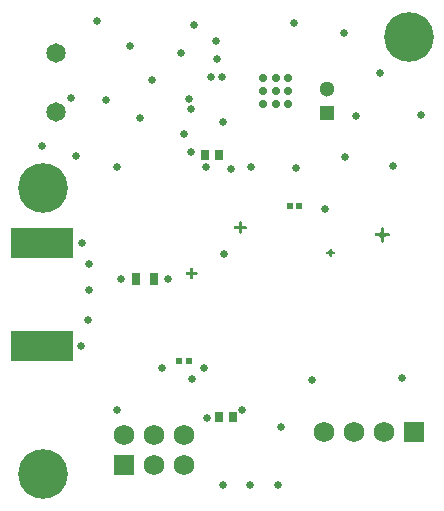
<source format=gbr>
%TF.GenerationSoftware,Altium Limited,Altium Designer,23.3.1 (30)*%
G04 Layer_Color=16711935*
%FSLAX45Y45*%
%MOMM*%
%TF.SameCoordinates,E5280C8B-2022-47E8-8DAE-B5BF382FD6C1*%
%TF.FilePolarity,Negative*%
%TF.FileFunction,Soldermask,Bot*%
%TF.Part,Single*%
G01*
G75*
%TA.AperFunction,SMDPad,CuDef*%
%ADD13R,0.56818X0.57247*%
%TA.AperFunction,ComponentPad*%
%ADD38R,1.30000X1.30000*%
%ADD39C,1.30000*%
%TA.AperFunction,SMDPad,CuDef*%
%ADD50R,0.75000X0.90000*%
%ADD51R,0.75000X1.00000*%
%ADD52R,0.46818X0.47247*%
%TA.AperFunction,ConnectorPad*%
%ADD58R,5.28320X2.61620*%
%TA.AperFunction,ViaPad*%
%ADD69C,4.20320*%
%TA.AperFunction,ComponentPad*%
%ADD70R,1.75320X1.75320*%
%ADD71C,1.75320*%
%ADD72C,1.65320*%
%TA.AperFunction,ViaPad*%
%ADD73C,0.64720*%
%ADD74C,0.70320*%
G36*
X1565231Y2045189D02*
X1566537Y2044929D01*
X1567798Y2044501D01*
X1568993Y2043912D01*
X1570100Y2043172D01*
X1571101Y2042294D01*
X1571979Y2041293D01*
X1572719Y2040185D01*
X1573309Y2038991D01*
X1573737Y2037729D01*
X1573996Y2036423D01*
X1574083Y2035094D01*
Y2017400D01*
X1574229Y2017273D01*
X1575107Y2016272D01*
X1575847Y2015164D01*
X1576422Y2013999D01*
X1577741Y2013913D01*
X1579047Y2013653D01*
X1580308Y2013225D01*
X1581503Y2012636D01*
X1582610Y2011896D01*
X1583612Y2011018D01*
X1583739Y2010872D01*
X1601433D01*
X1602762Y2010785D01*
X1604068Y2010525D01*
X1605329Y2010097D01*
X1606524Y2009508D01*
X1607631Y2008768D01*
X1608633Y2007890D01*
X1609511Y2006889D01*
X1610251Y2005781D01*
X1610840Y2004587D01*
X1611268Y2003326D01*
X1611528Y2002019D01*
X1611615Y2000690D01*
Y1997563D01*
X1611528Y1996234D01*
X1611268Y1994927D01*
X1610840Y1993666D01*
X1610251Y1992472D01*
X1609511Y1991364D01*
X1608633Y1990363D01*
X1607631Y1989485D01*
X1606524Y1988745D01*
X1605329Y1988156D01*
X1604068Y1987728D01*
X1602762Y1987468D01*
X1602570Y1987456D01*
X1602377Y1987236D01*
X1601376Y1986357D01*
X1600269Y1985618D01*
X1599074Y1985028D01*
X1597813Y1984600D01*
X1596507Y1984340D01*
X1595178Y1984253D01*
X1577484D01*
X1577357Y1984108D01*
X1577136Y1983915D01*
X1577124Y1983723D01*
X1576864Y1982417D01*
X1576436Y1981156D01*
X1575847Y1979961D01*
X1575107Y1978854D01*
X1574229Y1977853D01*
X1574083Y1977725D01*
Y1960031D01*
X1573996Y1958702D01*
X1573737Y1957396D01*
X1573309Y1956135D01*
X1572719Y1954940D01*
X1571979Y1953833D01*
X1571101Y1952832D01*
X1570100Y1951954D01*
X1568993Y1951214D01*
X1567798Y1950624D01*
X1566537Y1950197D01*
X1565231Y1949937D01*
X1563902Y1949850D01*
X1560774D01*
X1559445Y1949937D01*
X1558139Y1950197D01*
X1556878Y1950624D01*
X1555683Y1951214D01*
X1554576Y1951954D01*
X1553574Y1952832D01*
X1552696Y1953833D01*
X1552196Y1954581D01*
X1551448Y1955081D01*
X1550447Y1955959D01*
X1549569Y1956961D01*
X1548829Y1958068D01*
X1548239Y1959263D01*
X1547811Y1960524D01*
X1547552Y1961830D01*
X1547465Y1963159D01*
Y1980853D01*
X1547319Y1980980D01*
X1546441Y1981982D01*
X1545941Y1982730D01*
X1545193Y1983230D01*
X1544191Y1984108D01*
X1544064Y1984253D01*
X1526370D01*
X1525041Y1984340D01*
X1523735Y1984600D01*
X1522474Y1985028D01*
X1521279Y1985618D01*
X1520172Y1986357D01*
X1519170Y1987236D01*
X1518978Y1987456D01*
X1518786Y1987468D01*
X1517480Y1987728D01*
X1516218Y1988156D01*
X1515024Y1988745D01*
X1513916Y1989485D01*
X1512915Y1990363D01*
X1512037Y1991364D01*
X1511297Y1992472D01*
X1510708Y1993666D01*
X1510280Y1994927D01*
X1510020Y1996234D01*
X1509933Y1997563D01*
Y2000690D01*
X1510020Y2002019D01*
X1510280Y2003326D01*
X1510708Y2004587D01*
X1511297Y2005781D01*
X1512037Y2006889D01*
X1512915Y2007890D01*
X1513916Y2008768D01*
X1515024Y2009508D01*
X1516218Y2010097D01*
X1517480Y2010525D01*
X1518786Y2010785D01*
X1520115Y2010872D01*
X1540936D01*
X1541064Y2011018D01*
X1542065Y2011896D01*
X1543172Y2012636D01*
X1544367Y2013225D01*
X1545628Y2013653D01*
X1546934Y2013913D01*
X1547126Y2013925D01*
X1547319Y2014145D01*
X1547465Y2014273D01*
Y2035094D01*
X1547552Y2036423D01*
X1547811Y2037729D01*
X1548239Y2038991D01*
X1548829Y2040185D01*
X1549569Y2041293D01*
X1550447Y2042294D01*
X1551448Y2043172D01*
X1552555Y2043912D01*
X1553750Y2044501D01*
X1555011Y2044929D01*
X1556317Y2045189D01*
X1557646Y2045276D01*
X1563902D01*
X1565231Y2045189D01*
D02*
G37*
G36*
X1978076Y2439268D02*
X1979382Y2439009D01*
X1980643Y2438581D01*
X1981838Y2437991D01*
X1982945Y2437251D01*
X1983946Y2436373D01*
X1984824Y2435372D01*
X1985564Y2434265D01*
X1986154Y2433070D01*
X1986581Y2431809D01*
X1986841Y2430503D01*
X1986928Y2429174D01*
Y2408353D01*
X1987074Y2408225D01*
X1987952Y2407224D01*
X1988692Y2406116D01*
X1989281Y2404922D01*
X1989709Y2403660D01*
X1989969Y2402354D01*
X1990004Y2401824D01*
X1995512D01*
X1996841Y2401737D01*
X1998148Y2401477D01*
X1999409Y2401049D01*
X2000603Y2400460D01*
X2001711Y2399720D01*
X2002712Y2398842D01*
X2002840Y2398696D01*
X2017406D01*
X2018735Y2398609D01*
X2020041Y2398350D01*
X2021302Y2397922D01*
X2022497Y2397332D01*
X2023604Y2396592D01*
X2024605Y2395714D01*
X2025483Y2394713D01*
X2026223Y2393606D01*
X2026813Y2392411D01*
X2027241Y2391150D01*
X2027500Y2389844D01*
X2027588Y2388515D01*
Y2385387D01*
X2027500Y2384058D01*
X2027241Y2382752D01*
X2026813Y2381491D01*
X2026223Y2380296D01*
X2025483Y2379189D01*
X2024605Y2378187D01*
X2023604Y2377309D01*
X2022497Y2376569D01*
X2021302Y2375980D01*
X2020041Y2375552D01*
X2018735Y2375292D01*
X2017406Y2375205D01*
X2012222D01*
X2012095Y2375060D01*
X2011094Y2374182D01*
X2009986Y2373442D01*
X2008792Y2372853D01*
X2007530Y2372425D01*
X2006224Y2372165D01*
X2004895Y2372078D01*
X1990056D01*
Y2369749D01*
X1989969Y2368420D01*
X1989709Y2367114D01*
X1989281Y2365853D01*
X1988692Y2364658D01*
X1987952Y2363551D01*
X1987074Y2362549D01*
X1986928Y2362421D01*
Y2344728D01*
X1986841Y2343399D01*
X1986581Y2342093D01*
X1986154Y2340832D01*
X1985564Y2339637D01*
X1984824Y2338530D01*
X1983946Y2337528D01*
X1982945Y2336650D01*
X1981838Y2335910D01*
X1980643Y2335321D01*
X1979382Y2334893D01*
X1978076Y2334633D01*
X1976747Y2334546D01*
X1973619D01*
X1972290Y2334633D01*
X1970984Y2334893D01*
X1969723Y2335321D01*
X1968528Y2335910D01*
X1967421Y2336650D01*
X1966419Y2337528D01*
X1965541Y2338530D01*
X1964802Y2339637D01*
X1964212Y2340832D01*
X1963784Y2342093D01*
X1963524Y2343399D01*
X1963512Y2343591D01*
X1963292Y2343783D01*
X1962414Y2344785D01*
X1961674Y2345892D01*
X1961085Y2347087D01*
X1960657Y2348348D01*
X1960397Y2349654D01*
X1960310Y2350983D01*
Y2368677D01*
X1960164Y2368805D01*
X1959286Y2369806D01*
X1958546Y2370913D01*
X1957972Y2372078D01*
X1945471D01*
X1944142Y2372165D01*
X1942835Y2372425D01*
X1941574Y2372853D01*
X1940380Y2373442D01*
X1939272Y2374182D01*
X1938271Y2375060D01*
X1938143Y2375205D01*
X1929833D01*
X1928504Y2375292D01*
X1927197Y2375552D01*
X1925936Y2375980D01*
X1924742Y2376569D01*
X1923634Y2377309D01*
X1922633Y2378187D01*
X1921755Y2379189D01*
X1921015Y2380296D01*
X1920426Y2381491D01*
X1919998Y2382752D01*
X1919738Y2384058D01*
X1919651Y2385387D01*
Y2388515D01*
X1919738Y2389844D01*
X1919998Y2391150D01*
X1920426Y2392411D01*
X1921015Y2393606D01*
X1921755Y2394713D01*
X1922633Y2395714D01*
X1923634Y2396592D01*
X1924742Y2397332D01*
X1925936Y2397922D01*
X1927197Y2398350D01*
X1928504Y2398609D01*
X1929833Y2398696D01*
X1944399D01*
X1944526Y2398842D01*
X1945527Y2399720D01*
X1946635Y2400460D01*
X1947829Y2401049D01*
X1949091Y2401477D01*
X1950397Y2401737D01*
X1951726Y2401824D01*
X1957972D01*
X1958546Y2402988D01*
X1959286Y2404096D01*
X1960164Y2405097D01*
X1960310Y2405225D01*
Y2422918D01*
X1960397Y2424247D01*
X1960657Y2425554D01*
X1961085Y2426815D01*
X1961674Y2428009D01*
X1962414Y2429117D01*
X1963292Y2430118D01*
X1963512Y2430311D01*
X1963524Y2430503D01*
X1963784Y2431809D01*
X1964212Y2433070D01*
X1964802Y2434265D01*
X1965541Y2435372D01*
X1966419Y2436373D01*
X1967421Y2437251D01*
X1968528Y2437991D01*
X1969723Y2438581D01*
X1970984Y2439009D01*
X1972290Y2439268D01*
X1973619Y2439356D01*
X1976747D01*
X1978076Y2439268D01*
D02*
G37*
G36*
X2741214Y2204697D02*
X2742520Y2204437D01*
X2743781Y2204009D01*
X2744976Y2203420D01*
X2746083Y2202680D01*
X2747084Y2201802D01*
X2747962Y2200801D01*
X2748702Y2199693D01*
X2749292Y2198499D01*
X2749720Y2197238D01*
X2749980Y2195931D01*
X2750067Y2194602D01*
Y2186019D01*
X2752395D01*
X2753724Y2185932D01*
X2755031Y2185672D01*
X2756292Y2185244D01*
X2757486Y2184655D01*
X2758594Y2183915D01*
X2759595Y2183037D01*
X2759723Y2182891D01*
X2764906D01*
X2766235Y2182804D01*
X2767541Y2182544D01*
X2768802Y2182116D01*
X2769997Y2181527D01*
X2771104Y2180787D01*
X2772105Y2179909D01*
X2772984Y2178908D01*
X2773723Y2177800D01*
X2774313Y2176606D01*
X2774741Y2175344D01*
X2775001Y2174038D01*
X2775088Y2172709D01*
Y2169582D01*
X2775001Y2168253D01*
X2774741Y2166946D01*
X2774313Y2165685D01*
X2773723Y2164491D01*
X2772984Y2163383D01*
X2772105Y2162382D01*
X2771104Y2161504D01*
X2769997Y2160764D01*
X2768802Y2160175D01*
X2767541Y2159747D01*
X2766235Y2159487D01*
X2764906Y2159400D01*
X2750340D01*
X2750212Y2159254D01*
X2750067Y2159127D01*
Y2147688D01*
X2749980Y2146359D01*
X2749720Y2145053D01*
X2749292Y2143792D01*
X2748702Y2142597D01*
X2747962Y2141490D01*
X2747084Y2140489D01*
X2746083Y2139611D01*
X2744976Y2138871D01*
X2743781Y2138281D01*
X2742520Y2137853D01*
X2741214Y2137594D01*
X2739885Y2137507D01*
X2736757D01*
X2735428Y2137594D01*
X2734122Y2137853D01*
X2732861Y2138281D01*
X2731666Y2138871D01*
X2730559Y2139611D01*
X2729558Y2140489D01*
X2728680Y2141490D01*
X2728180Y2142238D01*
X2727431Y2142738D01*
X2726430Y2143616D01*
X2725552Y2144618D01*
X2724812Y2145725D01*
X2724223Y2146920D01*
X2723795Y2148181D01*
X2723535Y2149487D01*
X2723448Y2150816D01*
Y2159127D01*
X2723302Y2159254D01*
X2723175Y2159400D01*
X2708609D01*
X2707280Y2159487D01*
X2705974Y2159747D01*
X2704712Y2160175D01*
X2703518Y2160764D01*
X2702410Y2161504D01*
X2701409Y2162382D01*
X2700531Y2163383D01*
X2699791Y2164491D01*
X2699202Y2165685D01*
X2698774Y2166946D01*
X2698514Y2168253D01*
X2698427Y2169582D01*
Y2172709D01*
X2698514Y2174038D01*
X2698774Y2175344D01*
X2699202Y2176606D01*
X2699791Y2177800D01*
X2700531Y2178908D01*
X2701409Y2179909D01*
X2702410Y2180787D01*
X2703518Y2181527D01*
X2704712Y2182116D01*
X2705974Y2182544D01*
X2707280Y2182804D01*
X2708609Y2182891D01*
X2713792D01*
X2713919Y2183037D01*
X2714921Y2183915D01*
X2716028Y2184655D01*
X2717223Y2185244D01*
X2718484Y2185672D01*
X2719790Y2185932D01*
X2721119Y2186019D01*
X2723448D01*
Y2191475D01*
X2723535Y2192804D01*
X2723795Y2194110D01*
X2724223Y2195371D01*
X2724812Y2196566D01*
X2725552Y2197673D01*
X2726430Y2198675D01*
X2727431Y2199553D01*
X2728180Y2200053D01*
X2728680Y2200801D01*
X2729558Y2201802D01*
X2730559Y2202680D01*
X2731666Y2203420D01*
X2732861Y2204009D01*
X2734122Y2204437D01*
X2735428Y2204697D01*
X2736757Y2204784D01*
X2739885D01*
X2741214Y2204697D01*
D02*
G37*
G36*
X3179080Y2389226D02*
X3180386Y2388967D01*
X3181647Y2388539D01*
X3182842Y2387949D01*
X3183949Y2387209D01*
X3184950Y2386331D01*
X3185829Y2385330D01*
X3186568Y2384223D01*
X3187158Y2383028D01*
X3187586Y2381767D01*
X3187846Y2380461D01*
X3187933Y2379132D01*
Y2361438D01*
X3188078Y2361310D01*
X3188956Y2360309D01*
X3189696Y2359202D01*
X3190285Y2358007D01*
X3190713Y2356746D01*
X3190973Y2355440D01*
X3191060Y2354111D01*
Y2342399D01*
X3196517D01*
X3197846Y2342312D01*
X3199152Y2342052D01*
X3200413Y2341624D01*
X3201608Y2341035D01*
X3202715Y2340295D01*
X3203716Y2339417D01*
X3203844Y2339272D01*
X3224665D01*
X3225994Y2339185D01*
X3227300Y2338925D01*
X3228561Y2338497D01*
X3229756Y2337907D01*
X3230863Y2337168D01*
X3231865Y2336289D01*
X3232743Y2335288D01*
X3233243Y2334540D01*
X3233780Y2334181D01*
X3233991Y2334040D01*
X3234992Y2333162D01*
X3235870Y2332161D01*
X3236610Y2331053D01*
X3237200Y2329859D01*
X3237628Y2328598D01*
X3237887Y2327291D01*
X3237974Y2325962D01*
Y2322835D01*
X3237887Y2321506D01*
X3237628Y2320199D01*
X3237200Y2318938D01*
X3236610Y2317744D01*
X3235870Y2316636D01*
X3234992Y2315635D01*
X3233991Y2314757D01*
X3232884Y2314017D01*
X3231689Y2313428D01*
X3230428Y2313000D01*
X3229122Y2312740D01*
X3227793Y2312653D01*
X3206971D01*
X3206844Y2312507D01*
X3205842Y2311629D01*
X3204735Y2310889D01*
X3203540Y2310300D01*
X3202279Y2309872D01*
X3200973Y2309612D01*
X3199644Y2309525D01*
X3191060D01*
Y2297814D01*
X3190973Y2296485D01*
X3190713Y2295179D01*
X3190285Y2293917D01*
X3189696Y2292723D01*
X3188956Y2291615D01*
X3188078Y2290614D01*
X3187933Y2290486D01*
Y2269665D01*
X3187846Y2268336D01*
X3187586Y2267030D01*
X3187158Y2265769D01*
X3186568Y2264574D01*
X3185829Y2263467D01*
X3184950Y2262466D01*
X3183949Y2261588D01*
X3182842Y2260848D01*
X3181647Y2260258D01*
X3180386Y2259830D01*
X3179080Y2259571D01*
X3177751Y2259483D01*
X3174623D01*
X3173294Y2259571D01*
X3171988Y2259830D01*
X3170727Y2260258D01*
X3169532Y2260848D01*
X3168425Y2261588D01*
X3167424Y2262466D01*
X3166546Y2263467D01*
X3165806Y2264574D01*
X3165216Y2265769D01*
X3164788Y2267030D01*
X3164529Y2268336D01*
X3164441Y2269665D01*
Y2271721D01*
X3164296Y2271848D01*
X3163418Y2272850D01*
X3162678Y2273957D01*
X3162089Y2275152D01*
X3161661Y2276413D01*
X3161401Y2277719D01*
X3161314Y2279048D01*
Y2299869D01*
X3161168Y2299997D01*
X3160290Y2300998D01*
X3159550Y2302106D01*
X3158961Y2303300D01*
X3158533Y2304561D01*
X3158273Y2305868D01*
X3158186Y2307197D01*
Y2309525D01*
X3149602D01*
X3148273Y2309612D01*
X3146967Y2309872D01*
X3145706Y2310300D01*
X3144511Y2310889D01*
X3143404Y2311629D01*
X3142403Y2312507D01*
X3142275Y2312653D01*
X3124582D01*
X3123253Y2312740D01*
X3121946Y2313000D01*
X3120685Y2313428D01*
X3119491Y2314017D01*
X3118383Y2314757D01*
X3117382Y2315635D01*
X3116504Y2316636D01*
X3115764Y2317744D01*
X3115175Y2318938D01*
X3114747Y2320199D01*
X3114487Y2321506D01*
X3114400Y2322835D01*
Y2329090D01*
X3114487Y2330419D01*
X3114747Y2331725D01*
X3115175Y2332986D01*
X3115764Y2334181D01*
X3116504Y2335288D01*
X3117382Y2336289D01*
X3118383Y2337168D01*
X3119491Y2337907D01*
X3120685Y2338497D01*
X3121946Y2338925D01*
X3123253Y2339185D01*
X3124582Y2339272D01*
X3145403D01*
X3145530Y2339417D01*
X3146532Y2340295D01*
X3147639Y2341035D01*
X3148834Y2341624D01*
X3150095Y2342052D01*
X3151401Y2342312D01*
X3152730Y2342399D01*
X3158186D01*
Y2344728D01*
X3158273Y2346057D01*
X3158533Y2347363D01*
X3158961Y2348624D01*
X3159550Y2349819D01*
X3160290Y2350926D01*
X3161168Y2351928D01*
X3161314Y2352055D01*
Y2372877D01*
X3161401Y2374206D01*
X3161661Y2375512D01*
X3162089Y2376773D01*
X3162678Y2377968D01*
X3163418Y2379075D01*
X3164296Y2380076D01*
X3164516Y2380269D01*
X3164529Y2380461D01*
X3164788Y2381767D01*
X3165216Y2383028D01*
X3165806Y2384223D01*
X3166546Y2385330D01*
X3167424Y2386331D01*
X3168425Y2387209D01*
X3169532Y2387949D01*
X3170727Y2388539D01*
X3171988Y2388967D01*
X3173294Y2389226D01*
X3174623Y2389313D01*
X3177751D01*
X3179080Y2389226D01*
D02*
G37*
D13*
X1449783Y1257500D02*
D03*
X1540217D02*
D03*
D38*
X2705100Y3358100D02*
D03*
D39*
Y3558100D02*
D03*
D50*
X1915000Y780000D02*
D03*
X1795000D02*
D03*
X1672500Y3005000D02*
D03*
X1792500D02*
D03*
D51*
X1092500Y1950000D02*
D03*
X1242502D02*
D03*
D52*
X2470213Y2567500D02*
D03*
X2389787D02*
D03*
D58*
X292100Y1383250D02*
D03*
Y2259550D02*
D03*
D69*
X300000Y2720000D02*
D03*
X3400000Y4000000D02*
D03*
X300000Y300000D02*
D03*
D70*
X990600Y373600D02*
D03*
X3441700Y653000D02*
D03*
D71*
X1244600Y373600D02*
D03*
X1498600D02*
D03*
X990600Y627600D02*
D03*
X1244600D02*
D03*
X1498600D02*
D03*
X3187700Y653000D02*
D03*
X2933700D02*
D03*
X2679700D02*
D03*
D72*
X409702Y3867700D02*
D03*
Y3367701D02*
D03*
D73*
X2317500Y695000D02*
D03*
X3157500Y3695000D02*
D03*
X2862500Y2982500D02*
D03*
X3500000Y3342500D02*
D03*
X2952500Y3332500D02*
D03*
X2850000Y4032500D02*
D03*
X2427500Y4115000D02*
D03*
X1585000Y4097500D02*
D03*
X1472500Y3867500D02*
D03*
X1125000Y3317500D02*
D03*
X1042500Y3922500D02*
D03*
X835000Y3465000D02*
D03*
X580000Y2990000D02*
D03*
X295000Y3077500D02*
D03*
X1822500Y210000D02*
D03*
X2057500Y205000D02*
D03*
X2295000D02*
D03*
X1991305Y840244D02*
D03*
X1689100Y770000D02*
D03*
X1557500Y3027500D02*
D03*
X1560000Y1105000D02*
D03*
X927500Y840000D02*
D03*
X625000Y1380000D02*
D03*
X630000Y2260000D02*
D03*
X1357500Y1952500D02*
D03*
X1892300Y2885931D02*
D03*
X962500Y1950000D02*
D03*
X3267500Y2907500D02*
D03*
X2445000Y2895000D02*
D03*
X2065000Y2900000D02*
D03*
X927500Y2902500D02*
D03*
X1685000Y2897500D02*
D03*
X540000Y3485000D02*
D03*
X1225000Y3637500D02*
D03*
X760000Y4132500D02*
D03*
X1552879Y3388321D02*
D03*
X1540000Y3472500D02*
D03*
X1815000Y3657500D02*
D03*
X1727942D02*
D03*
X1828800Y3281900D02*
D03*
X2580000Y1092500D02*
D03*
X3340000Y1110000D02*
D03*
X690000Y1857500D02*
D03*
Y2080000D02*
D03*
X685000Y1602500D02*
D03*
X1663700Y1199100D02*
D03*
X1308100D02*
D03*
X1838000Y2160800D02*
D03*
X2692400Y2545300D02*
D03*
X1769282Y3967700D02*
D03*
X1778000Y3815300D02*
D03*
X1498600Y3180300D02*
D03*
D74*
X2160900Y3652400D02*
D03*
X2270902D02*
D03*
X2380899D02*
D03*
X2160900Y3542402D02*
D03*
X2270902D02*
D03*
X2380899D02*
D03*
X2160900Y3432400D02*
D03*
X2270902D02*
D03*
X2380899D02*
D03*
%TF.MD5,40bb37d9737601b3e8db8a1c6907b650*%
M02*

</source>
